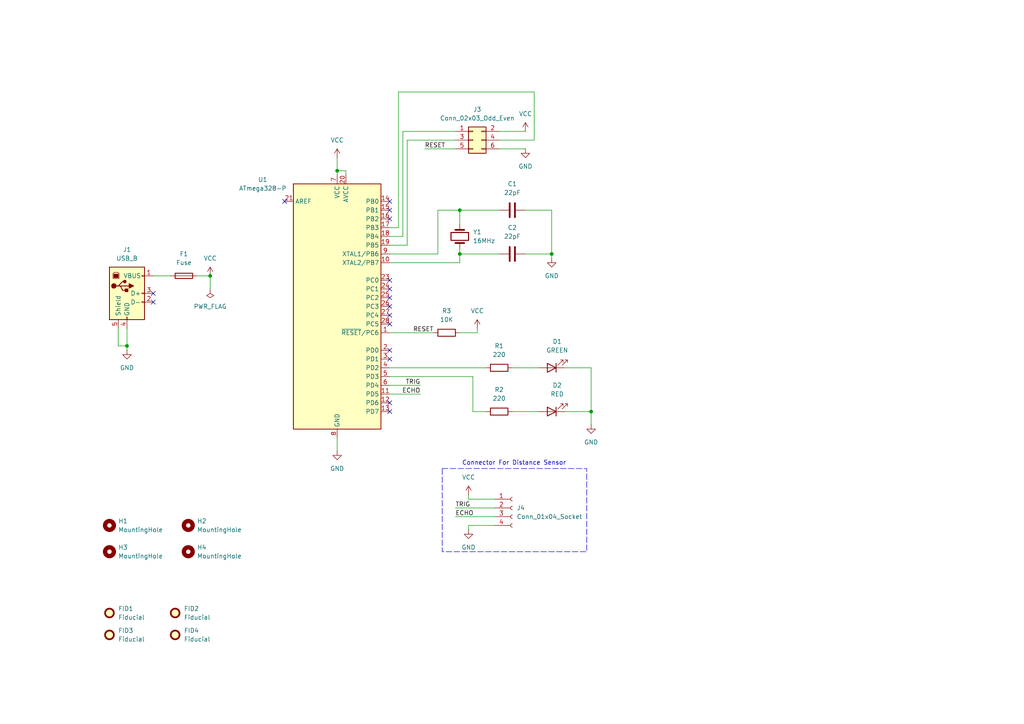
<source format=kicad_sch>
(kicad_sch (version 20231120) (generator "eeschema") (generator_version "8.0")
  (paper "A4")
  (lib_symbols
    (symbol "Connector:Conn_01x04_Socket" (pin_names (offset 1.016) hide)
      (property "Reference" "J" (at 0 5.08 0))
      (property "Value" "Conn_01x04_Socket" (at 0 -7.62 0))
      (symbol "Conn_01x04_Socket_1_1"
        (arc (start 0 -4.572) (mid -0.5058 -5.08) (end 0 -5.588) (stroke (width 0.1524)))
        (arc (start 0 -2.032) (mid -0.5058 -2.54) (end 0 -3.048) (stroke (width 0.1524)))
        (polyline (pts (xy -1.27 -5.08) (xy -0.508 -5.08)) (stroke (width 0.1524)))
        (polyline (pts (xy -1.27 -2.54) (xy -0.508 -2.54)) (stroke (width 0.1524)))
        (polyline (pts (xy -1.27 0) (xy -0.508 0)) (stroke (width 0.1524)))
        (polyline (pts (xy -1.27 2.54) (xy -0.508 2.54)) (stroke (width 0.1524)))
        (arc (start 0 0.508) (mid -0.5058 0) (end 0 -0.508) (stroke (width 0.1524)))
        (arc (start 0 3.048) (mid -0.5058 2.54) (end 0 2.032) (stroke (width 0.1524)))
        (pin passive line (at -5.08 2.54 0) (length 3.81) (name "Pin_1") (number "1"))
        (pin passive line (at -5.08 0 0) (length 3.81) (name "Pin_2") (number "2"))
        (pin passive line (at -5.08 -2.54 0) (length 3.81) (name "Pin_3") (number "3"))
        (pin passive line (at -5.08 -5.08 0) (length 3.81) (name "Pin_4") (number "4"))
      )
    )
    (symbol "Connector:USB_B" (pin_names (offset 1.016))
      (property "Reference" "J" (at -5.08 11.43 0))
      (property "Value" "USB_B" (at -5.08 8.89 0))
      (symbol "USB_B_0_1"
        (rectangle (start -5.08 -7.62) (end 5.08 7.62) (stroke (width 0.254)) (fill (type background)))
        (circle (center -3.81 2.159) (radius 0.635) (stroke (width 0.254)) (fill (type outline)))
        (rectangle (start -3.81 5.588) (end -2.54 4.572) (fill (type outline)))
        (circle (center -0.635 3.429) (radius 0.381) (stroke (width 0.254)) (fill (type outline)))
        (rectangle (start -0.127 -7.62) (end 0.127 -6.858))
        (polyline (pts (xy -1.905 2.159) (xy 0.635 2.159)) (stroke (width 0.254)))
        (polyline (pts (xy -3.175 2.159) (xy -2.54 2.159) (xy -1.27 3.429) (xy -0.635 3.429)) (stroke (width 0.254)))
        (polyline (pts (xy -2.54 2.159) (xy -1.905 2.159) (xy -1.27 0.889) (xy 0 0.889)) (stroke (width 0.254)))
        (polyline (pts (xy 0.635 2.794) (xy 0.635 1.524) (xy 1.905 2.159) (xy 0.635 2.794)) (stroke (width 0.254)) (fill (type outline)))
        (polyline (pts (xy -4.064 4.318) (xy -2.286 4.318) (xy -2.286 5.715) (xy -2.667 6.096) (xy -3.683 6.096) (xy -4.064 5.715) (xy -4.064 4.318)))
        (rectangle (start 0.254 1.27) (end -0.508 0.508) (stroke (width 0.254)) (fill (type outline)))
        (rectangle (start 5.08 -2.667) (end 4.318 -2.413))
        (rectangle (start 5.08 -0.127) (end 4.318 0.127))
        (rectangle (start 5.08 4.953) (end 4.318 5.207))
      )
      (symbol "USB_B_1_1"
        (pin power_out line (at 7.62 5.08 180) (length 2.54) (name "VBUS") (number "1"))
        (pin bidirectional line (at 7.62 -2.54 180) (length 2.54) (name "D-") (number "2"))
        (pin bidirectional line (at 7.62 0 180) (length 2.54) (name "D+") (number "3"))
        (pin power_out line (at 0 -10.16 90) (length 2.54) (name "GND") (number "4"))
        (pin passive line (at -2.54 -10.16 90) (length 2.54) (name "Shield") (number "5"))
      )
    )
    (symbol "Connector_Generic:Conn_02x03_Odd_Even" (pin_names (offset 1.016) hide)
      (property "Reference" "J" (at 1.27 5.08 0))
      (property "Value" "Conn_02x03_Odd_Even" (at 1.27 -5.08 0))
      (symbol "Conn_02x03_Odd_Even_1_1"
        (rectangle (start -1.27 -2.413) (end 0 -2.667) (stroke (width 0.1524)))
        (rectangle (start -1.27 0.127) (end 0 -0.127) (stroke (width 0.1524)))
        (rectangle (start -1.27 2.667) (end 0 2.413) (stroke (width 0.1524)))
        (rectangle (start -1.27 3.81) (end 3.81 -3.81) (stroke (width 0.254)) (fill (type background)))
        (rectangle (start 3.81 -2.413) (end 2.54 -2.667) (stroke (width 0.1524)))
        (rectangle (start 3.81 0.127) (end 2.54 -0.127) (stroke (width 0.1524)))
        (rectangle (start 3.81 2.667) (end 2.54 2.413) (stroke (width 0.1524)))
        (pin passive line (at -5.08 2.54 0) (length 3.81) (name "Pin_1") (number "1"))
        (pin passive line (at 7.62 2.54 180) (length 3.81) (name "Pin_2") (number "2"))
        (pin passive line (at -5.08 0 0) (length 3.81) (name "Pin_3") (number "3"))
        (pin passive line (at 7.62 0 180) (length 3.81) (name "Pin_4") (number "4"))
        (pin passive line (at -5.08 -2.54 0) (length 3.81) (name "Pin_5") (number "5"))
        (pin passive line (at 7.62 -2.54 180) (length 3.81) (name "Pin_6") (number "6"))
      )
    )
    (symbol "Device:C" (pin_numbers hide) (pin_names (offset 0.254))
      (property "Reference" "C" (at 0.635 2.54 0))
      (property "Value" "C" (at 0.635 -2.54 0))
      (symbol "C_0_1"
        (polyline (pts (xy -2.032 -0.762) (xy 2.032 -0.762)) (stroke (width 0.508)))
        (polyline (pts (xy -2.032 0.762) (xy 2.032 0.762)) (stroke (width 0.508)))
      )
      (symbol "C_1_1"
        (pin passive line (at 0 3.81 270) (length 2.794) (name "~") (number "1"))
        (pin passive line (at 0 -3.81 90) (length 2.794) (name "~") (number "2"))
      )
    )
    (symbol "Device:Crystal" (pin_numbers hide) (pin_names (offset 1.016) hide)
      (property "Reference" "Y" (at 0 3.81 0))
      (property "Value" "Crystal" (at 0 -3.81 0))
      (symbol "Crystal_0_1"
        (rectangle (start -1.143 2.54) (end 1.143 -2.54) (stroke (width 0.3048)))
        (polyline (pts (xy -2.54 0) (xy -1.905 0)))
        (polyline (pts (xy -1.905 -1.27) (xy -1.905 1.27)) (stroke (width 0.508)))
        (polyline (pts (xy 1.905 -1.27) (xy 1.905 1.27)) (stroke (width 0.508)))
        (polyline (pts (xy 2.54 0) (xy 1.905 0)))
      )
      (symbol "Crystal_1_1"
        (pin passive line (at -3.81 0 0) (length 1.27) (name "1") (number "1"))
        (pin passive line (at 3.81 0 180) (length 1.27) (name "2") (number "2"))
      )
    )
    (symbol "Device:Fuse" (pin_numbers hide) (pin_names (offset 0))
      (property "Reference" "F" (at 2.032 0 90))
      (property "Value" "Fuse" (at -1.905 0 90))
      (symbol "Fuse_0_1"
        (rectangle (start -0.762 -2.54) (end 0.762 2.54) (stroke (width 0.254)))
        (polyline (pts (xy 0 2.54) (xy 0 -2.54)))
      )
      (symbol "Fuse_1_1"
        (pin passive line (at 0 3.81 270) (length 1.27) (name "~") (number "1"))
        (pin passive line (at 0 -3.81 90) (length 1.27) (name "~") (number "2"))
      )
    )
    (symbol "Device:LED" (pin_numbers hide) (pin_names (offset 1.016) hide)
      (property "Reference" "D" (at 0 2.54 0))
      (property "Value" "LED" (at 0 -2.54 0))
      (symbol "LED_0_1"
        (polyline (pts (xy -1.27 -1.27) (xy -1.27 1.27)) (stroke (width 0.254)))
        (polyline (pts (xy -1.27 0) (xy 1.27 0)))
        (polyline (pts (xy 1.27 -1.27) (xy 1.27 1.27) (xy -1.27 0) (xy 1.27 -1.27)) (stroke (width 0.254)))
        (polyline (pts (xy -3.048 -0.762) (xy -4.572 -2.286) (xy -3.81 -2.286) (xy -4.572 -2.286) (xy -4.572 -1.524)))
        (polyline (pts (xy -1.778 -0.762) (xy -3.302 -2.286) (xy -2.54 -2.286) (xy -3.302 -2.286) (xy -3.302 -1.524)))
      )
      (symbol "LED_1_1"
        (pin passive line (at -3.81 0 0) (length 2.54) (name "K") (number "1"))
        (pin passive line (at 3.81 0 180) (length 2.54) (name "A") (number "2"))
      )
    )
    (symbol "Device:R" (pin_numbers hide) (pin_names (offset 0))
      (property "Reference" "R" (at 2.032 0 90))
      (property "Value" "R" (at 0 0 90))
      (symbol "R_0_1"
        (rectangle (start -1.016 -2.54) (end 1.016 2.54) (stroke (width 0.254)))
      )
      (symbol "R_1_1"
        (pin passive line (at 0 3.81 270) (length 1.27) (name "~") (number "1"))
        (pin passive line (at 0 -3.81 90) (length 1.27) (name "~") (number "2"))
      )
    )
    (symbol "MCU_Microchip_ATmega:ATmega328-P"
      (property "Reference" "U" (at -12.7 36.83 0))
      (property "Value" "ATmega328-P" (at 2.54 -36.83 0))
      (symbol "ATmega328-P_0_1"
        (rectangle (start -12.7 -35.56) (end 12.7 35.56) (stroke (width 0.254)) (fill (type background)))
      )
      (symbol "ATmega328-P_1_1"
        (pin bidirectional line (at 15.24 -7.62 180) (length 2.54) (name "~{RESET}/PC6") (number "1"))
        (pin bidirectional line (at 15.24 12.7 180) (length 2.54) (name "XTAL2/PB7") (number "10"))
        (pin bidirectional line (at 15.24 -25.4 180) (length 2.54) (name "PD5") (number "11"))
        (pin bidirectional line (at 15.24 -27.94 180) (length 2.54) (name "PD6") (number "12"))
        (pin bidirectional line (at 15.24 -30.48 180) (length 2.54) (name "PD7") (number "13"))
        (pin bidirectional line (at 15.24 30.48 180) (length 2.54) (name "PB0") (number "14"))
        (pin bidirectional line (at 15.24 27.94 180) (length 2.54) (name "PB1") (number "15"))
        (pin bidirectional line (at 15.24 25.4 180) (length 2.54) (name "PB2") (number "16"))
        (pin bidirectional line (at 15.24 22.86 180) (length 2.54) (name "PB3") (number "17"))
        (pin bidirectional line (at 15.24 20.32 180) (length 2.54) (name "PB4") (number "18"))
        (pin bidirectional line (at 15.24 17.78 180) (length 2.54) (name "PB5") (number "19"))
        (pin bidirectional line (at 15.24 -12.7 180) (length 2.54) (name "PD0") (number "2"))
        (pin power_in line (at 2.54 38.1 270) (length 2.54) (name "AVCC") (number "20"))
        (pin passive line (at -15.24 30.48 0) (length 2.54) (name "AREF") (number "21"))
        (pin passive line (at 0 -38.1 90) (length 2.54) hide (name "GND") (number "22"))
        (pin bidirectional line (at 15.24 7.62 180) (length 2.54) (name "PC0") (number "23"))
        (pin bidirectional line (at 15.24 5.08 180) (length 2.54) (name "PC1") (number "24"))
        (pin bidirectional line (at 15.24 2.54 180) (length 2.54) (name "PC2") (number "25"))
        (pin bidirectional line (at 15.24 0 180) (length 2.54) (name "PC3") (number "26"))
        (pin bidirectional line (at 15.24 -2.54 180) (length 2.54) (name "PC4") (number "27"))
        (pin bidirectional line (at 15.24 -5.08 180) (length 2.54) (name "PC5") (number "28"))
        (pin bidirectional line (at 15.24 -15.24 180) (length 2.54) (name "PD1") (number "3"))
        (pin bidirectional line (at 15.24 -17.78 180) (length 2.54) (name "PD2") (number "4"))
        (pin bidirectional line (at 15.24 -20.32 180) (length 2.54) (name "PD3") (number "5"))
        (pin bidirectional line (at 15.24 -22.86 180) (length 2.54) (name "PD4") (number "6"))
        (pin power_in line (at 0 38.1 270) (length 2.54) (name "VCC") (number "7"))
        (pin power_in line (at 0 -38.1 90) (length 2.54) (name "GND") (number "8"))
        (pin bidirectional line (at 15.24 15.24 180) (length 2.54) (name "XTAL1/PB6") (number "9"))
      )
    )
    (symbol "Mechanical:Fiducial" (exclude_from_sim yes) (in_bom no)
      (property "Reference" "FID" (at 0 5.08 0))
      (property "Value" "Fiducial" (at 0 3.175 0))
      (symbol "Fiducial_0_1"
        (circle (center 0 0) (radius 1.27) (stroke (width 0.508)) (fill (type background)))
      )
    )
    (symbol "Mechanical:MountingHole" (pin_names (offset 1.016)) (exclude_from_sim yes) (in_bom no)
      (property "Reference" "H" (at 0 5.08 0))
      (property "Value" "MountingHole" (at 0 3.175 0))
      (symbol "MountingHole_0_1"
        (circle (center 0 0) (radius 1.27) (stroke (width 1.27)))
      )
    )
    (symbol "power:GND" (power) (pin_numbers hide) (pin_names (offset 0) hide)
      (property "Value" "GND" (at 0 -3.81 0))
      (symbol "GND_0_1"
        (polyline (pts (xy 0 0) (xy 0 -1.27) (xy 1.27 -1.27) (xy 0 -2.54) (xy -1.27 -1.27) (xy 0 -1.27)))
      )
      (symbol "GND_1_1"
        (pin power_in line (at 0 0 270) (length 0) (name "~") (number "1"))
      )
    )
    (symbol "power:PWR_FLAG" (power) (pin_numbers hide) (pin_names (offset 0) hide)
      (property "Value" "PWR_FLAG" (at 0 3.81 0))
      (symbol "PWR_FLAG_0_0"
        (pin power_out line (at 0 0 90) (length 0) (name "~") (number "1"))
      )
      (symbol "PWR_FLAG_0_1"
        (polyline (pts (xy 0 0) (xy 0 1.27) (xy -1.016 1.905) (xy 0 2.54) (xy 1.016 1.905) (xy 0 1.27)))
      )
    )
    (symbol "power:VCC" (power) (pin_numbers hide) (pin_names (offset 0) hide)
      (property "Value" "VCC" (at 0 3.556 0))
      (symbol "VCC_0_1"
        (polyline (pts (xy -0.762 1.27) (xy 0 2.54)))
        (polyline (pts (xy 0 0) (xy 0 2.54)))
        (polyline (pts (xy 0 2.54) (xy 0.762 1.27)))
      )
      (symbol "VCC_1_1"
        (pin power_in line (at 0 0 90) (length 0) (name "~") (number "1"))
      )
    )
  )
  (junction (at 171.45 119.38))
  (junction (at 60.96 80.01))
  (junction (at 97.79 49.53))
  (junction (at 36.83 100.33))
  (junction (at 160.02 73.66))
  (junction (at 133.35 73.66))
  (junction (at 133.35 60.96))
  (no_connect (at 113.03 91.44))
  (no_connect (at 113.03 93.98))
  (no_connect (at 44.45 87.63))
  (no_connect (at 113.03 104.14))
  (no_connect (at 113.03 58.42))
  (no_connect (at 113.03 101.6))
  (no_connect (at 113.03 60.96))
  (no_connect (at 113.03 119.38))
  (no_connect (at 113.03 83.82))
  (no_connect (at 113.03 81.28))
  (no_connect (at 113.03 86.36))
  (no_connect (at 113.03 116.84))
  (no_connect (at 82.55 58.42))
  (no_connect (at 113.03 88.9))
  (no_connect (at 44.45 85.09))
  (no_connect (at 113.03 63.5))
  (wire (pts (xy 163.83 119.38) (xy 171.45 119.38)))
  (wire (pts (xy 123.19 43.18) (xy 132.08 43.18)))
  (wire (pts (xy 154.94 40.64) (xy 144.78 40.64)))
  (wire (pts (xy 144.78 43.18) (xy 152.4 43.18)))
  (wire (pts (xy 133.35 73.66) (xy 133.35 76.2)))
  (wire (pts (xy 113.03 109.22) (xy 137.16 109.22)))
  (wire (pts (xy 144.78 38.1) (xy 152.4 38.1)))
  (wire (pts (xy 34.29 100.33) (xy 36.83 100.33)))
  (wire (pts (xy 171.45 119.38) (xy 171.45 123.19)))
  (wire (pts (xy 152.4 60.96) (xy 160.02 60.96)))
  (wire (pts (xy 163.83 106.68) (xy 171.45 106.68)))
  (wire (pts (xy 113.03 66.04) (xy 115.57 66.04)))
  (wire (pts (xy 113.03 73.66) (xy 127 73.66)))
  (wire (pts (xy 97.79 45.72) (xy 97.79 49.53)))
  (wire (pts (xy 57.15 80.01) (xy 60.96 80.01)))
  (wire (pts (xy 36.83 100.33) (xy 36.83 101.6)))
  (wire (pts (xy 171.45 106.68) (xy 171.45 119.38)))
  (wire (pts (xy 113.03 106.68) (xy 140.97 106.68)))
  (wire (pts (xy 113.03 68.58) (xy 116.84 68.58)))
  (wire (pts (xy 133.35 96.52) (xy 138.43 96.52)))
  (wire (pts (xy 138.43 96.52) (xy 138.43 95.25)))
  (wire (pts (xy 113.03 111.76) (xy 121.92 111.76)))
  (wire (pts (xy 133.35 73.66) (xy 144.78 73.66)))
  (wire (pts (xy 135.89 153.67) (xy 135.89 152.4)))
  (wire (pts (xy 116.84 68.58) (xy 116.84 38.1)))
  (wire (pts (xy 132.08 147.32) (xy 143.51 147.32)))
  (wire (pts (xy 135.89 152.4) (xy 143.51 152.4)))
  (wire (pts (xy 148.59 106.68) (xy 156.21 106.68)))
  (wire (pts (xy 127 73.66) (xy 127 60.96)))
  (wire (pts (xy 135.89 144.78) (xy 143.51 144.78)))
  (wire (pts (xy 34.29 95.25) (xy 34.29 100.33)))
  (wire (pts (xy 44.45 80.01) (xy 49.53 80.01)))
  (wire (pts (xy 152.4 73.66) (xy 160.02 73.66)))
  (wire (pts (xy 100.33 49.53) (xy 97.79 49.53)))
  (wire (pts (xy 160.02 60.96) (xy 160.02 73.66)))
  (wire (pts (xy 132.08 149.86) (xy 143.51 149.86)))
  (wire (pts (xy 154.94 26.67) (xy 154.94 40.64)))
  (wire (pts (xy 100.33 50.8) (xy 100.33 49.53)))
  (wire (pts (xy 113.03 96.52) (xy 125.73 96.52)))
  (wire (pts (xy 127 60.96) (xy 133.35 60.96)))
  (wire (pts (xy 118.11 71.12) (xy 118.11 40.64)))
  (wire (pts (xy 133.35 72.39) (xy 133.35 73.66)))
  (wire (pts (xy 137.16 109.22) (xy 137.16 119.38)))
  (wire (pts (xy 113.03 76.2) (xy 133.35 76.2)))
  (wire (pts (xy 137.16 119.38) (xy 140.97 119.38)))
  (wire (pts (xy 135.89 143.51) (xy 135.89 144.78)))
  (wire (pts (xy 60.96 80.01) (xy 60.96 83.82)))
  (wire (pts (xy 36.83 95.25) (xy 36.83 100.33)))
  (wire (pts (xy 115.57 66.04) (xy 115.57 26.67)))
  (wire (pts (xy 115.57 26.67) (xy 154.94 26.67)))
  (wire (pts (xy 118.11 40.64) (xy 132.08 40.64)))
  (wire (pts (xy 97.79 49.53) (xy 97.79 50.8)))
  (wire (pts (xy 116.84 38.1) (xy 132.08 38.1)))
  (wire (pts (xy 97.79 127) (xy 97.79 130.81)))
  (wire (pts (xy 133.35 60.96) (xy 144.78 60.96)))
  (wire (pts (xy 113.03 71.12) (xy 118.11 71.12)))
  (wire (pts (xy 113.03 114.3) (xy 121.92 114.3)))
  (wire (pts (xy 148.59 119.38) (xy 156.21 119.38)))
  (wire (pts (xy 133.35 64.77) (xy 133.35 60.96)))
  (wire (pts (xy 160.02 73.66) (xy 160.02 74.93)))
  (rectangle (start 128.27 135.89) (end 170.18 160.02) (stroke (width 0) (type dash)))
  (text "Connector For Distance Sensor" (at 149.098 134.366 0) (effects (font (size 1.27 1.27))))
  (label "RESET" (at 123.19 43.18 0))
  (label "TRIG" (at 121.92 111.76 180))
  (label "ECHO" (at 121.92 114.3 180))
  (label "ECHO" (at 132.08 149.86 0))
  (label "RESET" (at 125.73 96.52 180))
  (label "TRIG" (at 132.08 147.32 0))
  (symbol (lib_id "Device:LED") (at 160.02 119.38 180) (unit 1)
    (property "Reference" "D2" (at 161.6075 111.76 0))
    (property "Value" "RED" (at 161.6075 114.3 0))
    (property "Footprint" "LED_SMD:LED_0402_1005Metric" (effects (hide yes)))
    (property "Description" "Light emitting diode" (effects (hide yes)))
  )
  (symbol (lib_id "power:PWR_FLAG") (at 60.96 83.82 180) (unit 1)
    (property "Reference" "#FLG01" (effects (hide yes)))
    (property "Value" "PWR_FLAG" (at 60.96 88.9 0))
    (property "Description" "Special symbol for telling ERC where power comes from" (effects (hide yes)))
  )
  (symbol (lib_id "Connector:Conn_01x04_Socket") (at 148.59 147.32 0) (unit 1)
    (property "Reference" "J4" (at 149.86 147.3199 0) (effects (justify left)))
    (property "Value" "Conn_01x04_Socket" (at 149.86 149.8599 0) (effects (justify left)))
    (property "Footprint" "Connector_Wuerth:Wuerth_WR-WTB_64800411622_1x04_P1.50mm_Vertical" (effects (hide yes)))
    (property "Description" "Generic connector, single row, 01x04, script generated" (effects (hide yes)))
  )
  (symbol (lib_id "power:VCC") (at 152.4 38.1 0) (unit 1)
    (property "Reference" "#PWR08" (effects (hide yes)))
    (property "Value" "VCC" (at 152.4 33.02 0))
    (property "Description" "Power symbol creates a global label with name \"VCC\"" (effects (hide yes)))
  )
  (symbol (lib_id "Connector:USB_B") (at 36.83 85.09 0) (unit 1)
    (property "Reference" "J1" (at 36.83 72.39 0))
    (property "Value" "USB_B" (at 36.83 74.93 0))
    (property "Footprint" "Connector_USB:USB_B_OST_USB-B1HSxx_Horizontal" (effects (hide yes)))
    (property "Description" "USB Type B connector" (effects (hide yes)))
  )
  (symbol (lib_id "Device:R") (at 144.78 106.68 90) (unit 1)
    (property "Reference" "R1" (at 144.78 100.33 90))
    (property "Value" "220" (at 144.78 102.87 90))
    (property "Footprint" "Resistor_SMD:R_0805_2012Metric" (effects (hide yes)))
    (property "Description" "Resistor" (effects (hide yes)))
  )
  (symbol (lib_id "Device:C") (at 148.59 60.96 90) (unit 1)
    (property "Reference" "C1" (at 148.59 53.34 90))
    (property "Value" "22pF" (at 148.59 55.88 90))
    (property "Footprint" "Capacitor_SMD:C_0805_2012Metric" (effects (hide yes)))
    (property "Description" "Unpolarized capacitor" (effects (hide yes)))
  )
  (symbol (lib_id "Mechanical:MountingHole") (at 54.61 160.02 0) (unit 1) (exclude_from_sim yes) (in_bom no)
    (property "Reference" "H4" (at 57.15 158.7499 0) (effects (justify left)))
    (property "Value" "MountingHole" (at 57.15 161.2899 0) (effects (justify left)))
    (property "Footprint" "MountingHole:MountingHole_3.2mm_M3" (effects (hide yes)))
    (property "Description" "Mounting Hole without connection" (effects (hide yes)))
  )
  (symbol (lib_id "Mechanical:Fiducial") (at 31.75 184.15 0) (unit 1) (exclude_from_sim yes) (in_bom no)
    (property "Reference" "FID3" (at 34.29 182.8799 0) (effects (justify left)))
    (property "Value" "Fiducial" (at 34.29 185.4199 0) (effects (justify left)))
    (property "Footprint" "Fiducial:Fiducial_1mm_Mask2mm" (effects (hide yes)))
    (property "Description" "Fiducial Marker" (effects (hide yes)))
  )
  (symbol (lib_id "Mechanical:Fiducial") (at 50.8 184.15 0) (unit 1) (exclude_from_sim yes) (in_bom no)
    (property "Reference" "FID4" (at 53.34 182.8799 0) (effects (justify left)))
    (property "Value" "Fiducial" (at 53.34 185.4199 0) (effects (justify left)))
    (property "Footprint" "Fiducial:Fiducial_1mm_Mask2mm" (effects (hide yes)))
    (property "Description" "Fiducial Marker" (effects (hide yes)))
  )
  (symbol (lib_id "Device:C") (at 148.59 73.66 90) (unit 1)
    (property "Reference" "C2" (at 148.59 66.04 90))
    (property "Value" "22pF" (at 148.59 68.58 90))
    (property "Footprint" "Capacitor_SMD:C_0805_2012Metric" (effects (hide yes)))
    (property "Description" "Unpolarized capacitor" (effects (hide yes)))
  )
  (symbol (lib_id "power:VCC") (at 60.96 80.01 0) (unit 1)
    (property "Reference" "#PWR04" (effects (hide yes)))
    (property "Value" "VCC" (at 60.96 74.93 0))
    (property "Description" "Power symbol creates a global label with name \"VCC\"" (effects (hide yes)))
  )
  (symbol (lib_id "power:VCC") (at 97.79 45.72 0) (unit 1)
    (property "Reference" "#PWR05" (effects (hide yes)))
    (property "Value" "VCC" (at 97.79 40.64 0))
    (property "Description" "Power symbol creates a global label with name \"VCC\"" (effects (hide yes)))
  )
  (symbol (lib_id "power:GND") (at 160.02 74.93 0) (unit 1)
    (property "Reference" "#PWR09" (effects (hide yes)))
    (property "Value" "GND" (at 160.02 80.01 0))
    (property "Description" "Power symbol creates a global label with name \"GND\" , ground" (effects (hide yes)))
  )
  (symbol (lib_id "power:GND") (at 97.79 130.81 0) (unit 1)
    (property "Reference" "#PWR02" (effects (hide yes)))
    (property "Value" "GND" (at 97.79 135.89 0))
    (property "Description" "Power symbol creates a global label with name \"GND\" , ground" (effects (hide yes)))
  )
  (symbol (lib_id "Device:Crystal") (at 133.35 68.58 90) (unit 1)
    (property "Reference" "Y1" (at 137.16 67.3099 90) (effects (justify right)))
    (property "Value" "16MHz" (at 137.16 69.8499 90) (effects (justify right)))
    (property "Footprint" "Crystal:Crystal_HC49-4H_Vertical" (effects (hide yes)))
    (property "Description" "Two pin crystal" (effects (hide yes)))
  )
  (symbol (lib_id "Mechanical:Fiducial") (at 50.8 177.8 0) (unit 1) (exclude_from_sim yes) (in_bom no)
    (property "Reference" "FID2" (at 53.34 176.5299 0) (effects (justify left)))
    (property "Value" "Fiducial" (at 53.34 179.0699 0) (effects (justify left)))
    (property "Footprint" "Fiducial:Fiducial_1mm_Mask2mm" (effects (hide yes)))
    (property "Description" "Fiducial Marker" (effects (hide yes)))
  )
  (symbol (lib_id "Mechanical:MountingHole") (at 31.75 160.02 0) (unit 1) (exclude_from_sim yes) (in_bom no)
    (property "Reference" "H3" (at 34.29 158.7499 0) (effects (justify left)))
    (property "Value" "MountingHole" (at 34.29 161.2899 0) (effects (justify left)))
    (property "Footprint" "MountingHole:MountingHole_3.2mm_M3" (effects (hide yes)))
    (property "Description" "Mounting Hole without connection" (effects (hide yes)))
  )
  (symbol (lib_id "MCU_Microchip_ATmega:ATmega328-P") (at 97.79 88.9 0) (unit 1)
    (property "Reference" "U1" (at 76.2 52.1014 0))
    (property "Value" "ATmega328-P" (at 76.2 54.6414 0))
    (property "Footprint" "Package_DIP:DIP-28_W7.62mm" (effects (hide yes)))
    (property "Datasheet" "http://ww1.microchip.com/downloads/en/DeviceDoc/ATmega328_P%20AVR%20MCU%20with%20picoPower%20Technology%20Data%20Sheet%2040001984A.pdf" (effects (hide yes)))
    (property "Description" "20MHz, 32kB Flash, 2kB SRAM, 1kB EEPROM, DIP-28" (effects (hide yes)))
  )
  (symbol (lib_id "Device:Fuse") (at 53.34 80.01 90) (unit 1)
    (property "Reference" "F1" (at 53.34 73.66 90))
    (property "Value" "Fuse" (at 53.34 76.2 90))
    (property "Footprint" "Fuse:Fuse_1812_4532Metric" (effects (hide yes)))
    (property "Description" "Fuse" (effects (hide yes)))
  )
  (symbol (lib_id "power:GND") (at 36.83 101.6 0) (unit 1)
    (property "Reference" "#PWR03" (effects (hide yes)))
    (property "Value" "GND" (at 36.83 106.68 0))
    (property "Description" "Power symbol creates a global label with name \"GND\" , ground" (effects (hide yes)))
  )
  (symbol (lib_id "Mechanical:Fiducial") (at 31.75 177.8 0) (unit 1) (exclude_from_sim yes) (in_bom no)
    (property "Reference" "FID1" (at 34.29 176.5299 0) (effects (justify left)))
    (property "Value" "Fiducial" (at 34.29 179.0699 0) (effects (justify left)))
    (property "Footprint" "Fiducial:Fiducial_1mm_Mask2mm" (effects (hide yes)))
    (property "Description" "Fiducial Marker" (effects (hide yes)))
  )
  (symbol (lib_id "power:VCC") (at 135.89 143.51 0) (unit 1)
    (property "Reference" "#PWR010" (effects (hide yes)))
    (property "Value" "VCC" (at 135.89 138.43 0))
    (property "Description" "Power symbol creates a global label with name \"VCC\"" (effects (hide yes)))
  )
  (symbol (lib_id "power:GND") (at 152.4 43.18 0) (unit 1)
    (property "Reference" "#PWR07" (effects (hide yes)))
    (property "Value" "GND" (at 152.4 48.26 0))
    (property "Description" "Power symbol creates a global label with name \"GND\" , ground" (effects (hide yes)))
  )
  (symbol (lib_id "Mechanical:MountingHole") (at 54.61 152.4 0) (unit 1) (exclude_from_sim yes) (in_bom no)
    (property "Reference" "H2" (at 57.15 151.1299 0) (effects (justify left)))
    (property "Value" "MountingHole" (at 57.15 153.6699 0) (effects (justify left)))
    (property "Footprint" "MountingHole:MountingHole_3.2mm_M3" (effects (hide yes)))
    (property "Description" "Mounting Hole without connection" (effects (hide yes)))
  )
  (symbol (lib_id "Device:LED") (at 160.02 106.68 180) (unit 1)
    (property "Reference" "D1" (at 161.6075 99.06 0))
    (property "Value" "GREEN" (at 161.6075 101.6 0))
    (property "Footprint" "LED_SMD:LED_0402_1005Metric" (effects (hide yes)))
    (property "Description" "Light emitting diode" (effects (hide yes)))
  )
  (symbol (lib_id "Mechanical:MountingHole") (at 31.75 152.4 0) (unit 1) (exclude_from_sim yes) (in_bom no)
    (property "Reference" "H1" (at 34.29 151.1299 0) (effects (justify left)))
    (property "Value" "MountingHole" (at 34.29 153.6699 0) (effects (justify left)))
    (property "Footprint" "MountingHole:MountingHole_3.2mm_M3" (effects (hide yes)))
    (property "Description" "Mounting Hole without connection" (effects (hide yes)))
  )
  (symbol (lib_id "power:VCC") (at 138.43 95.25 0) (unit 1)
    (property "Reference" "#PWR06" (effects (hide yes)))
    (property "Value" "VCC" (at 138.43 90.17 0))
    (property "Description" "Power symbol creates a global label with name \"VCC\"" (effects (hide yes)))
  )
  (symbol (lib_id "power:GND") (at 135.89 153.67 0) (unit 1)
    (property "Reference" "#PWR011" (effects (hide yes)))
    (property "Value" "GND" (at 135.89 158.75 0))
    (property "Description" "Power symbol creates a global label with name \"GND\" , ground" (effects (hide yes)))
  )
  (symbol (lib_id "Device:R") (at 144.78 119.38 90) (unit 1)
    (property "Reference" "R2" (at 144.78 113.03 90))
    (property "Value" "220" (at 144.78 115.57 90))
    (property "Footprint" "Resistor_SMD:R_0805_2012Metric" (effects (hide yes)))
    (property "Description" "Resistor" (effects (hide yes)))
  )
  (symbol (lib_id "Connector_Generic:Conn_02x03_Odd_Even") (at 137.16 40.64 0) (unit 1)
    (property "Reference" "J3" (at 138.43 31.75 0))
    (property "Value" "Conn_02x03_Odd_Even" (at 138.43 34.29 0))
    (property "Footprint" "Connector_PinHeader_2.54mm:PinHeader_2x03_P2.54mm_Vertical" (effects (hide yes)))
    (property "Description" "Generic connector, double row, 02x03, odd/even pin numbering scheme (row 1 odd numbers, row 2 even numbers), script generated (kicad-library-utils/schlib/autogen/connector/)" (effects (hide yes)))
  )
  (symbol (lib_id "Device:R") (at 129.54 96.52 90) (unit 1)
    (property "Reference" "R3" (at 129.54 90.17 90))
    (property "Value" "10K" (at 129.54 92.71 90))
    (property "Footprint" "Resistor_SMD:R_0805_2012Metric" (effects (hide yes)))
    (property "Description" "Resistor" (effects (hide yes)))
  )
  (symbol (lib_id "power:GND") (at 171.45 123.19 0) (unit 1)
    (property "Reference" "#PWR01" (effects (hide yes)))
    (property "Value" "GND" (at 171.45 128.27 0))
    (property "Description" "Power symbol creates a global label with name \"GND\" , ground" (effects (hide yes)))
  )
)
</source>
